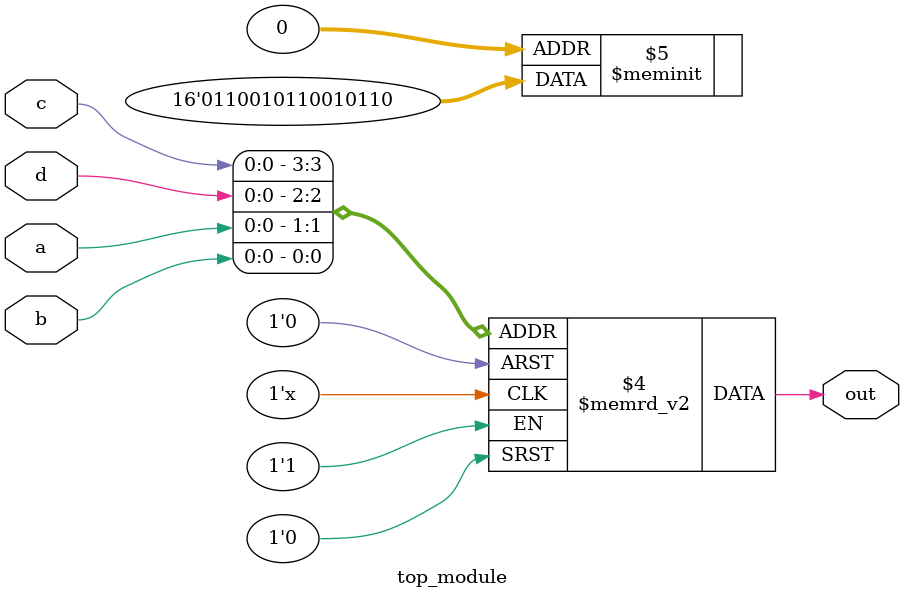
<source format=sv>
module top_module (
    input a, 
    input b,
    input c,
    input d,
    output reg out
);

always @(*) begin
    case ({c, d, a, b})
        4'b0001, 4'b0010, 4'b0100, 4'b0111, 4'b1010, 4'b1101, 4'b1110, 4'b1000: out = 1;
        default: out = 0;
    endcase
end

endmodule

</source>
